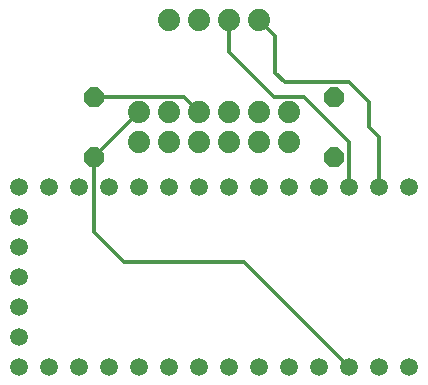
<source format=gbr>
G04 EAGLE Gerber RS-274X export*
G75*
%MOMM*%
%FSLAX34Y34*%
%LPD*%
%INTop Copper*%
%IPPOS*%
%AMOC8*
5,1,8,0,0,1.08239X$1,22.5*%
G01*
%ADD10C,1.879600*%
%ADD11P,1.814519X8X292.500000*%
%ADD12C,1.508000*%
%ADD13C,0.304800*%


D10*
X152400Y319400D03*
X177800Y319400D03*
X203200Y319400D03*
X228600Y319400D03*
X127000Y215900D03*
X127000Y241300D03*
X152400Y215900D03*
X152400Y241300D03*
X177800Y215900D03*
X177800Y241300D03*
X203200Y215900D03*
X203200Y241300D03*
X228600Y215900D03*
X228600Y241300D03*
X254000Y215900D03*
X254000Y241300D03*
D11*
X88900Y254000D03*
X88900Y203200D03*
X292100Y254000D03*
X292100Y203200D03*
D12*
X355600Y177800D03*
X330200Y177800D03*
X304800Y177800D03*
X279400Y177800D03*
X254000Y177800D03*
X228600Y177800D03*
X203200Y177800D03*
X177800Y177800D03*
X152400Y177800D03*
X127000Y177800D03*
X101600Y177800D03*
X76200Y177800D03*
X50800Y177800D03*
X25400Y177800D03*
X25400Y152400D03*
X25400Y127000D03*
X25400Y101600D03*
X25400Y76200D03*
X25400Y50800D03*
X25400Y25400D03*
X50800Y25400D03*
X76200Y25400D03*
X101600Y25400D03*
X127000Y25400D03*
X152400Y25400D03*
X177800Y25400D03*
X203200Y25400D03*
X228600Y25400D03*
X254000Y25400D03*
X279400Y25400D03*
X304800Y25400D03*
X330200Y25400D03*
X355600Y25400D03*
D13*
X242316Y305684D02*
X228600Y319400D01*
X242316Y305684D02*
X242316Y274560D01*
X250176Y266700D01*
X304800Y266700D01*
X321816Y249684D01*
X321816Y228119D01*
X330200Y219735D01*
X330200Y177800D01*
X304800Y177800D02*
X304800Y215900D01*
X266700Y254000D01*
X241300Y254000D01*
X203200Y292100D01*
X203200Y319400D01*
X215900Y114300D02*
X304800Y25400D01*
X215900Y114300D02*
X114300Y114300D01*
X88900Y139700D01*
X88900Y203200D01*
X127000Y241300D01*
X88900Y254000D02*
X165100Y254000D01*
X177800Y241300D01*
M02*

</source>
